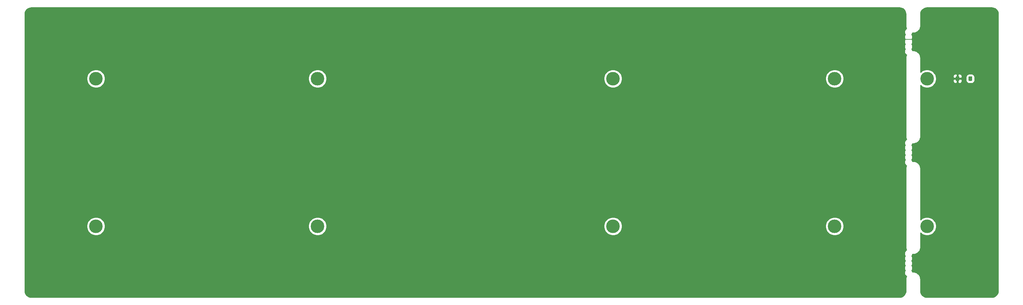
<source format=gbr>
G04 #@! TF.GenerationSoftware,KiCad,Pcbnew,(5.1.10-1-10_14)*
G04 #@! TF.CreationDate,2021-08-14T15:39:06-05:00*
G04 #@! TF.ProjectId,ori_bottom_plate,6f72695f-626f-4747-946f-6d5f706c6174,rev?*
G04 #@! TF.SameCoordinates,Original*
G04 #@! TF.FileFunction,Copper,L1,Top*
G04 #@! TF.FilePolarity,Positive*
%FSLAX46Y46*%
G04 Gerber Fmt 4.6, Leading zero omitted, Abs format (unit mm)*
G04 Created by KiCad (PCBNEW (5.1.10-1-10_14)) date 2021-08-14 15:39:06*
%MOMM*%
%LPD*%
G01*
G04 APERTURE LIST*
G04 #@! TA.AperFunction,ComponentPad*
%ADD10C,3.500000*%
G04 #@! TD*
G04 #@! TA.AperFunction,ViaPad*
%ADD11C,0.500000*%
G04 #@! TD*
G04 #@! TA.AperFunction,Conductor*
%ADD12C,0.250000*%
G04 #@! TD*
G04 #@! TA.AperFunction,Conductor*
%ADD13C,0.130000*%
G04 #@! TD*
G04 #@! TA.AperFunction,Conductor*
%ADD14C,0.254000*%
G04 #@! TD*
G04 #@! TA.AperFunction,Conductor*
%ADD15C,0.100000*%
G04 #@! TD*
G04 APERTURE END LIST*
D10*
X379835826Y-97618904D03*
X379835826Y-59518936D03*
G04 #@! TA.AperFunction,SMDPad,CuDef*
G36*
G01*
X388211370Y-59168840D02*
X388211370Y-59868840D01*
G75*
G02*
X387961370Y-60118840I-250000J0D01*
G01*
X387461370Y-60118840D01*
G75*
G02*
X387211370Y-59868840I0J250000D01*
G01*
X387211370Y-59168840D01*
G75*
G02*
X387461370Y-58918840I250000J0D01*
G01*
X387961370Y-58918840D01*
G75*
G02*
X388211370Y-59168840I0J-250000D01*
G01*
G37*
G04 #@! TD.AperFunction*
G04 #@! TA.AperFunction,SMDPad,CuDef*
G36*
G01*
X391511370Y-59168840D02*
X391511370Y-59868840D01*
G75*
G02*
X391261370Y-60118840I-250000J0D01*
G01*
X390761370Y-60118840D01*
G75*
G02*
X390511370Y-59868840I0J250000D01*
G01*
X390511370Y-59168840D01*
G75*
G02*
X390761370Y-58918840I250000J0D01*
G01*
X391261370Y-58918840D01*
G75*
G02*
X391511370Y-59168840I0J-250000D01*
G01*
G37*
G04 #@! TD.AperFunction*
X356023346Y-97618904D03*
X356023346Y-59518936D03*
X298873394Y-97618904D03*
X298848130Y-59518936D03*
X222673458Y-97618904D03*
X222673458Y-59518936D03*
X165523506Y-97618904D03*
X165523314Y-59518904D03*
D11*
X373287865Y-49398485D03*
X385194165Y-59518840D03*
D12*
X387711370Y-59518840D02*
X385194165Y-59518840D01*
D13*
X376859755Y-49398485D02*
X373287865Y-49398485D01*
D14*
X396829101Y-41213928D02*
X397140721Y-41308012D01*
X397428128Y-41460828D01*
X397680375Y-41666557D01*
X397887864Y-41917367D01*
X398042684Y-42203701D01*
X398138940Y-42514654D01*
X398176411Y-42871163D01*
X398176410Y-114253099D01*
X398141242Y-114611772D01*
X398047158Y-114923390D01*
X397894340Y-115210799D01*
X397688613Y-115463045D01*
X397437803Y-115670534D01*
X397151469Y-115825354D01*
X396840516Y-115921610D01*
X396484017Y-115959080D01*
X379871051Y-115959080D01*
X379512378Y-115923912D01*
X379200760Y-115829828D01*
X378913351Y-115677010D01*
X378661105Y-115471283D01*
X378453616Y-115220473D01*
X378298796Y-114934139D01*
X378202540Y-114623186D01*
X378165070Y-114266687D01*
X378165070Y-111276368D01*
X378161566Y-111240790D01*
X378161566Y-111225337D01*
X378160529Y-111215478D01*
X378134627Y-110984556D01*
X378121255Y-110921644D01*
X378108749Y-110858485D01*
X378105817Y-110849015D01*
X378035555Y-110627523D01*
X378010214Y-110568399D01*
X377985683Y-110508882D01*
X377980968Y-110500161D01*
X377869023Y-110296534D01*
X377832685Y-110243464D01*
X377797055Y-110189836D01*
X377790736Y-110182198D01*
X377641371Y-110004192D01*
X377595422Y-109959196D01*
X377550051Y-109913507D01*
X377542368Y-109907242D01*
X377361273Y-109761638D01*
X377307477Y-109726435D01*
X377254078Y-109690417D01*
X377245325Y-109685763D01*
X377039398Y-109578107D01*
X376979712Y-109553992D01*
X376920411Y-109529064D01*
X376910921Y-109526199D01*
X376688005Y-109460591D01*
X376624787Y-109448531D01*
X376561756Y-109435593D01*
X376551894Y-109434626D01*
X376551890Y-109434626D01*
X376320476Y-109413566D01*
X376256161Y-109414015D01*
X376191780Y-109413566D01*
X376181914Y-109414533D01*
X376058145Y-109427542D01*
X376043676Y-109354802D01*
X375965655Y-109166444D01*
X375875622Y-109031700D01*
X375965655Y-108896956D01*
X376043676Y-108708598D01*
X376083450Y-108508639D01*
X376083450Y-108304761D01*
X376043676Y-108104802D01*
X375965655Y-107916444D01*
X375875622Y-107781700D01*
X375965655Y-107646956D01*
X376043676Y-107458598D01*
X376083450Y-107258639D01*
X376083450Y-107054761D01*
X376043676Y-106854802D01*
X375965655Y-106666444D01*
X375875622Y-106531700D01*
X375965655Y-106396956D01*
X376043676Y-106208598D01*
X376083450Y-106008639D01*
X376083450Y-105804761D01*
X376043676Y-105604802D01*
X375965655Y-105416444D01*
X375875622Y-105281700D01*
X375965655Y-105146956D01*
X376043676Y-104958598D01*
X376063033Y-104861284D01*
X376208404Y-104874514D01*
X376272719Y-104874065D01*
X376337100Y-104874514D01*
X376346966Y-104873547D01*
X376578063Y-104849258D01*
X376641100Y-104836318D01*
X376704312Y-104824260D01*
X376713802Y-104821395D01*
X376935781Y-104752681D01*
X376995101Y-104727745D01*
X377054769Y-104703637D01*
X377063522Y-104698983D01*
X377267925Y-104588462D01*
X377321234Y-104552505D01*
X377375121Y-104517242D01*
X377382803Y-104510977D01*
X377561847Y-104362858D01*
X377607165Y-104317222D01*
X377653167Y-104272174D01*
X377659486Y-104264535D01*
X377806351Y-104084461D01*
X377841969Y-104030852D01*
X377878319Y-103977764D01*
X377883034Y-103969044D01*
X377992125Y-103763873D01*
X378016646Y-103704382D01*
X378041997Y-103645233D01*
X378044928Y-103635763D01*
X378112091Y-103413310D01*
X378124579Y-103350242D01*
X378137971Y-103287238D01*
X378139007Y-103277379D01*
X378161682Y-103046118D01*
X378161682Y-103046112D01*
X378165070Y-103011712D01*
X378165070Y-99321047D01*
X378315477Y-99471454D01*
X378706105Y-99732464D01*
X379140147Y-99912250D01*
X379600924Y-100003904D01*
X380070728Y-100003904D01*
X380531505Y-99912250D01*
X380965547Y-99732464D01*
X381356175Y-99471454D01*
X381688376Y-99139253D01*
X381949386Y-98748625D01*
X382129172Y-98314583D01*
X382220826Y-97853806D01*
X382220826Y-97384002D01*
X382129172Y-96923225D01*
X381949386Y-96489183D01*
X381688376Y-96098555D01*
X381356175Y-95766354D01*
X380965547Y-95505344D01*
X380531505Y-95325558D01*
X380070728Y-95233904D01*
X379600924Y-95233904D01*
X379140147Y-95325558D01*
X378706105Y-95505344D01*
X378315477Y-95766354D01*
X378165070Y-95916761D01*
X378165070Y-82701248D01*
X378161566Y-82665670D01*
X378161566Y-82650217D01*
X378160529Y-82640358D01*
X378134627Y-82409436D01*
X378121255Y-82346524D01*
X378108749Y-82283365D01*
X378105817Y-82273895D01*
X378035555Y-82052403D01*
X378010214Y-81993279D01*
X377985683Y-81933762D01*
X377980968Y-81925041D01*
X377869023Y-81721414D01*
X377832685Y-81668344D01*
X377797055Y-81614716D01*
X377790736Y-81607078D01*
X377641371Y-81429072D01*
X377595422Y-81384076D01*
X377550051Y-81338387D01*
X377542368Y-81332122D01*
X377361273Y-81186518D01*
X377307477Y-81151315D01*
X377254078Y-81115297D01*
X377245325Y-81110643D01*
X377039398Y-81002987D01*
X376979712Y-80978872D01*
X376920411Y-80953944D01*
X376910921Y-80951079D01*
X376688005Y-80885471D01*
X376624787Y-80873411D01*
X376561756Y-80860473D01*
X376551894Y-80859506D01*
X376551890Y-80859506D01*
X376320476Y-80838446D01*
X376256161Y-80838895D01*
X376191780Y-80838446D01*
X376181914Y-80839413D01*
X376058145Y-80852422D01*
X376043676Y-80779682D01*
X375965655Y-80591324D01*
X375875622Y-80456580D01*
X375965655Y-80321836D01*
X376043676Y-80133478D01*
X376083450Y-79933519D01*
X376083450Y-79729641D01*
X376043676Y-79529682D01*
X375965655Y-79341324D01*
X375875622Y-79206580D01*
X375965655Y-79071836D01*
X376043676Y-78883478D01*
X376083450Y-78683519D01*
X376083450Y-78479641D01*
X376043676Y-78279682D01*
X375965655Y-78091324D01*
X375875622Y-77956580D01*
X375965655Y-77821836D01*
X376043676Y-77633478D01*
X376083450Y-77433519D01*
X376083450Y-77229641D01*
X376043676Y-77029682D01*
X375965655Y-76841324D01*
X375875622Y-76706580D01*
X375965655Y-76571836D01*
X376043676Y-76383478D01*
X376063033Y-76286164D01*
X376208404Y-76299394D01*
X376272719Y-76298945D01*
X376337100Y-76299394D01*
X376346966Y-76298427D01*
X376578063Y-76274138D01*
X376641100Y-76261198D01*
X376704312Y-76249140D01*
X376713802Y-76246275D01*
X376935781Y-76177561D01*
X376995101Y-76152625D01*
X377054769Y-76128517D01*
X377063522Y-76123863D01*
X377267925Y-76013342D01*
X377321234Y-75977385D01*
X377375121Y-75942122D01*
X377382803Y-75935857D01*
X377561847Y-75787738D01*
X377607165Y-75742102D01*
X377653167Y-75697054D01*
X377659486Y-75689415D01*
X377806351Y-75509341D01*
X377841969Y-75455732D01*
X377878319Y-75402644D01*
X377883034Y-75393924D01*
X377992125Y-75188753D01*
X378016646Y-75129262D01*
X378041997Y-75070113D01*
X378044928Y-75060643D01*
X378112091Y-74838190D01*
X378124579Y-74775122D01*
X378137971Y-74712118D01*
X378139007Y-74702259D01*
X378161682Y-74470998D01*
X378161682Y-74470992D01*
X378165070Y-74436592D01*
X378165070Y-61221079D01*
X378315477Y-61371486D01*
X378706105Y-61632496D01*
X379140147Y-61812282D01*
X379600924Y-61903936D01*
X380070728Y-61903936D01*
X380531505Y-61812282D01*
X380965547Y-61632496D01*
X381356175Y-61371486D01*
X381688376Y-61039285D01*
X381949386Y-60648657D01*
X382129172Y-60214615D01*
X382148222Y-60118840D01*
X386573298Y-60118840D01*
X386585558Y-60243322D01*
X386621868Y-60363020D01*
X386680833Y-60473334D01*
X386760185Y-60570025D01*
X386856876Y-60649377D01*
X386967190Y-60708342D01*
X387086888Y-60744652D01*
X387211370Y-60756912D01*
X387425620Y-60753840D01*
X387584370Y-60595090D01*
X387584370Y-59645840D01*
X387838370Y-59645840D01*
X387838370Y-60595090D01*
X387997120Y-60753840D01*
X388211370Y-60756912D01*
X388335852Y-60744652D01*
X388455550Y-60708342D01*
X388565864Y-60649377D01*
X388662555Y-60570025D01*
X388741907Y-60473334D01*
X388800872Y-60363020D01*
X388837182Y-60243322D01*
X388849442Y-60118840D01*
X388846370Y-59804590D01*
X388687620Y-59645840D01*
X387838370Y-59645840D01*
X387584370Y-59645840D01*
X386735120Y-59645840D01*
X386576370Y-59804590D01*
X386573298Y-60118840D01*
X382148222Y-60118840D01*
X382220826Y-59753838D01*
X382220826Y-59284034D01*
X382148185Y-58918840D01*
X386573298Y-58918840D01*
X386576370Y-59233090D01*
X386735120Y-59391840D01*
X387584370Y-59391840D01*
X387584370Y-58442590D01*
X387838370Y-58442590D01*
X387838370Y-59391840D01*
X388687620Y-59391840D01*
X388846370Y-59233090D01*
X388846998Y-59168840D01*
X389873298Y-59168840D01*
X389873298Y-59868840D01*
X389890362Y-60042094D01*
X389940898Y-60208690D01*
X390022965Y-60362226D01*
X390133408Y-60496802D01*
X390267984Y-60607245D01*
X390421520Y-60689312D01*
X390588116Y-60739848D01*
X390761370Y-60756912D01*
X391261370Y-60756912D01*
X391434624Y-60739848D01*
X391601220Y-60689312D01*
X391754756Y-60607245D01*
X391889332Y-60496802D01*
X391999775Y-60362226D01*
X392081842Y-60208690D01*
X392132378Y-60042094D01*
X392149442Y-59868840D01*
X392149442Y-59168840D01*
X392132378Y-58995586D01*
X392081842Y-58828990D01*
X391999775Y-58675454D01*
X391889332Y-58540878D01*
X391754756Y-58430435D01*
X391601220Y-58348368D01*
X391434624Y-58297832D01*
X391261370Y-58280768D01*
X390761370Y-58280768D01*
X390588116Y-58297832D01*
X390421520Y-58348368D01*
X390267984Y-58430435D01*
X390133408Y-58540878D01*
X390022965Y-58675454D01*
X389940898Y-58828990D01*
X389890362Y-58995586D01*
X389873298Y-59168840D01*
X388846998Y-59168840D01*
X388849442Y-58918840D01*
X388837182Y-58794358D01*
X388800872Y-58674660D01*
X388741907Y-58564346D01*
X388662555Y-58467655D01*
X388565864Y-58388303D01*
X388455550Y-58329338D01*
X388335852Y-58293028D01*
X388211370Y-58280768D01*
X387997120Y-58283840D01*
X387838370Y-58442590D01*
X387584370Y-58442590D01*
X387425620Y-58283840D01*
X387211370Y-58280768D01*
X387086888Y-58293028D01*
X386967190Y-58329338D01*
X386856876Y-58388303D01*
X386760185Y-58467655D01*
X386680833Y-58564346D01*
X386621868Y-58674660D01*
X386585558Y-58794358D01*
X386573298Y-58918840D01*
X382148185Y-58918840D01*
X382129172Y-58823257D01*
X381949386Y-58389215D01*
X381688376Y-57998587D01*
X381356175Y-57666386D01*
X380965547Y-57405376D01*
X380531505Y-57225590D01*
X380070728Y-57133936D01*
X379600924Y-57133936D01*
X379140147Y-57225590D01*
X378706105Y-57405376D01*
X378315477Y-57666386D01*
X378165070Y-57816793D01*
X378165070Y-54126128D01*
X378161566Y-54090550D01*
X378161566Y-54075097D01*
X378160529Y-54065238D01*
X378134627Y-53834316D01*
X378121255Y-53771404D01*
X378108749Y-53708245D01*
X378105817Y-53698775D01*
X378035555Y-53477283D01*
X378010214Y-53418159D01*
X377985683Y-53358642D01*
X377980968Y-53349921D01*
X377869023Y-53146294D01*
X377832685Y-53093224D01*
X377797055Y-53039596D01*
X377790736Y-53031958D01*
X377641371Y-52853952D01*
X377595422Y-52808956D01*
X377550051Y-52763267D01*
X377542368Y-52757002D01*
X377361273Y-52611398D01*
X377307477Y-52576195D01*
X377254078Y-52540177D01*
X377245325Y-52535523D01*
X377039398Y-52427867D01*
X376979712Y-52403752D01*
X376920411Y-52378824D01*
X376910921Y-52375959D01*
X376688005Y-52310351D01*
X376624787Y-52298291D01*
X376561756Y-52285353D01*
X376551894Y-52284386D01*
X376551890Y-52284386D01*
X376320476Y-52263326D01*
X376256161Y-52263775D01*
X376191780Y-52263326D01*
X376181914Y-52264293D01*
X376060611Y-52277042D01*
X376043676Y-52191902D01*
X375965655Y-52003544D01*
X375875622Y-51868800D01*
X375965655Y-51734056D01*
X376043676Y-51545698D01*
X376083450Y-51345739D01*
X376083450Y-51141861D01*
X376043676Y-50941902D01*
X375965655Y-50753544D01*
X375875622Y-50618800D01*
X375965655Y-50484056D01*
X376043676Y-50295698D01*
X376083450Y-50095739D01*
X376083450Y-49891861D01*
X376043676Y-49691902D01*
X375965655Y-49503544D01*
X375875622Y-49368800D01*
X375965655Y-49234056D01*
X376043676Y-49045698D01*
X376083450Y-48845739D01*
X376083450Y-48641861D01*
X376043676Y-48441902D01*
X375965655Y-48253544D01*
X375875622Y-48118800D01*
X375965655Y-47984056D01*
X376043676Y-47795698D01*
X376060559Y-47710819D01*
X376208404Y-47724274D01*
X376272719Y-47723825D01*
X376337100Y-47724274D01*
X376346966Y-47723307D01*
X376578063Y-47699018D01*
X376641100Y-47686078D01*
X376704312Y-47674020D01*
X376713802Y-47671155D01*
X376935781Y-47602441D01*
X376995101Y-47577505D01*
X377054769Y-47553397D01*
X377063522Y-47548743D01*
X377267925Y-47438222D01*
X377321234Y-47402265D01*
X377375121Y-47367002D01*
X377382803Y-47360737D01*
X377561847Y-47212618D01*
X377607165Y-47166982D01*
X377653167Y-47121934D01*
X377659486Y-47114295D01*
X377806351Y-46934221D01*
X377841969Y-46880612D01*
X377878319Y-46827524D01*
X377883034Y-46818804D01*
X377992125Y-46613633D01*
X378016646Y-46554142D01*
X378041997Y-46494993D01*
X378044928Y-46485523D01*
X378112091Y-46263070D01*
X378124579Y-46200002D01*
X378137971Y-46136998D01*
X378139007Y-46127139D01*
X378161682Y-45895878D01*
X378161682Y-45895872D01*
X378165070Y-45861472D01*
X378165070Y-42884741D01*
X378200238Y-42526069D01*
X378294322Y-42214449D01*
X378447138Y-41927042D01*
X378652867Y-41674795D01*
X378903677Y-41467306D01*
X379190011Y-41312486D01*
X379500964Y-41216230D01*
X379857463Y-41178760D01*
X396470429Y-41178760D01*
X396829101Y-41213928D01*
G04 #@! TA.AperFunction,Conductor*
D15*
G36*
X396829101Y-41213928D02*
G01*
X397140721Y-41308012D01*
X397428128Y-41460828D01*
X397680375Y-41666557D01*
X397887864Y-41917367D01*
X398042684Y-42203701D01*
X398138940Y-42514654D01*
X398176411Y-42871163D01*
X398176410Y-114253099D01*
X398141242Y-114611772D01*
X398047158Y-114923390D01*
X397894340Y-115210799D01*
X397688613Y-115463045D01*
X397437803Y-115670534D01*
X397151469Y-115825354D01*
X396840516Y-115921610D01*
X396484017Y-115959080D01*
X379871051Y-115959080D01*
X379512378Y-115923912D01*
X379200760Y-115829828D01*
X378913351Y-115677010D01*
X378661105Y-115471283D01*
X378453616Y-115220473D01*
X378298796Y-114934139D01*
X378202540Y-114623186D01*
X378165070Y-114266687D01*
X378165070Y-111276368D01*
X378161566Y-111240790D01*
X378161566Y-111225337D01*
X378160529Y-111215478D01*
X378134627Y-110984556D01*
X378121255Y-110921644D01*
X378108749Y-110858485D01*
X378105817Y-110849015D01*
X378035555Y-110627523D01*
X378010214Y-110568399D01*
X377985683Y-110508882D01*
X377980968Y-110500161D01*
X377869023Y-110296534D01*
X377832685Y-110243464D01*
X377797055Y-110189836D01*
X377790736Y-110182198D01*
X377641371Y-110004192D01*
X377595422Y-109959196D01*
X377550051Y-109913507D01*
X377542368Y-109907242D01*
X377361273Y-109761638D01*
X377307477Y-109726435D01*
X377254078Y-109690417D01*
X377245325Y-109685763D01*
X377039398Y-109578107D01*
X376979712Y-109553992D01*
X376920411Y-109529064D01*
X376910921Y-109526199D01*
X376688005Y-109460591D01*
X376624787Y-109448531D01*
X376561756Y-109435593D01*
X376551894Y-109434626D01*
X376551890Y-109434626D01*
X376320476Y-109413566D01*
X376256161Y-109414015D01*
X376191780Y-109413566D01*
X376181914Y-109414533D01*
X376058145Y-109427542D01*
X376043676Y-109354802D01*
X375965655Y-109166444D01*
X375875622Y-109031700D01*
X375965655Y-108896956D01*
X376043676Y-108708598D01*
X376083450Y-108508639D01*
X376083450Y-108304761D01*
X376043676Y-108104802D01*
X375965655Y-107916444D01*
X375875622Y-107781700D01*
X375965655Y-107646956D01*
X376043676Y-107458598D01*
X376083450Y-107258639D01*
X376083450Y-107054761D01*
X376043676Y-106854802D01*
X375965655Y-106666444D01*
X375875622Y-106531700D01*
X375965655Y-106396956D01*
X376043676Y-106208598D01*
X376083450Y-106008639D01*
X376083450Y-105804761D01*
X376043676Y-105604802D01*
X375965655Y-105416444D01*
X375875622Y-105281700D01*
X375965655Y-105146956D01*
X376043676Y-104958598D01*
X376063033Y-104861284D01*
X376208404Y-104874514D01*
X376272719Y-104874065D01*
X376337100Y-104874514D01*
X376346966Y-104873547D01*
X376578063Y-104849258D01*
X376641100Y-104836318D01*
X376704312Y-104824260D01*
X376713802Y-104821395D01*
X376935781Y-104752681D01*
X376995101Y-104727745D01*
X377054769Y-104703637D01*
X377063522Y-104698983D01*
X377267925Y-104588462D01*
X377321234Y-104552505D01*
X377375121Y-104517242D01*
X377382803Y-104510977D01*
X377561847Y-104362858D01*
X377607165Y-104317222D01*
X377653167Y-104272174D01*
X377659486Y-104264535D01*
X377806351Y-104084461D01*
X377841969Y-104030852D01*
X377878319Y-103977764D01*
X377883034Y-103969044D01*
X377992125Y-103763873D01*
X378016646Y-103704382D01*
X378041997Y-103645233D01*
X378044928Y-103635763D01*
X378112091Y-103413310D01*
X378124579Y-103350242D01*
X378137971Y-103287238D01*
X378139007Y-103277379D01*
X378161682Y-103046118D01*
X378161682Y-103046112D01*
X378165070Y-103011712D01*
X378165070Y-99321047D01*
X378315477Y-99471454D01*
X378706105Y-99732464D01*
X379140147Y-99912250D01*
X379600924Y-100003904D01*
X380070728Y-100003904D01*
X380531505Y-99912250D01*
X380965547Y-99732464D01*
X381356175Y-99471454D01*
X381688376Y-99139253D01*
X381949386Y-98748625D01*
X382129172Y-98314583D01*
X382220826Y-97853806D01*
X382220826Y-97384002D01*
X382129172Y-96923225D01*
X381949386Y-96489183D01*
X381688376Y-96098555D01*
X381356175Y-95766354D01*
X380965547Y-95505344D01*
X380531505Y-95325558D01*
X380070728Y-95233904D01*
X379600924Y-95233904D01*
X379140147Y-95325558D01*
X378706105Y-95505344D01*
X378315477Y-95766354D01*
X378165070Y-95916761D01*
X378165070Y-82701248D01*
X378161566Y-82665670D01*
X378161566Y-82650217D01*
X378160529Y-82640358D01*
X378134627Y-82409436D01*
X378121255Y-82346524D01*
X378108749Y-82283365D01*
X378105817Y-82273895D01*
X378035555Y-82052403D01*
X378010214Y-81993279D01*
X377985683Y-81933762D01*
X377980968Y-81925041D01*
X377869023Y-81721414D01*
X377832685Y-81668344D01*
X377797055Y-81614716D01*
X377790736Y-81607078D01*
X377641371Y-81429072D01*
X377595422Y-81384076D01*
X377550051Y-81338387D01*
X377542368Y-81332122D01*
X377361273Y-81186518D01*
X377307477Y-81151315D01*
X377254078Y-81115297D01*
X377245325Y-81110643D01*
X377039398Y-81002987D01*
X376979712Y-80978872D01*
X376920411Y-80953944D01*
X376910921Y-80951079D01*
X376688005Y-80885471D01*
X376624787Y-80873411D01*
X376561756Y-80860473D01*
X376551894Y-80859506D01*
X376551890Y-80859506D01*
X376320476Y-80838446D01*
X376256161Y-80838895D01*
X376191780Y-80838446D01*
X376181914Y-80839413D01*
X376058145Y-80852422D01*
X376043676Y-80779682D01*
X375965655Y-80591324D01*
X375875622Y-80456580D01*
X375965655Y-80321836D01*
X376043676Y-80133478D01*
X376083450Y-79933519D01*
X376083450Y-79729641D01*
X376043676Y-79529682D01*
X375965655Y-79341324D01*
X375875622Y-79206580D01*
X375965655Y-79071836D01*
X376043676Y-78883478D01*
X376083450Y-78683519D01*
X376083450Y-78479641D01*
X376043676Y-78279682D01*
X375965655Y-78091324D01*
X375875622Y-77956580D01*
X375965655Y-77821836D01*
X376043676Y-77633478D01*
X376083450Y-77433519D01*
X376083450Y-77229641D01*
X376043676Y-77029682D01*
X375965655Y-76841324D01*
X375875622Y-76706580D01*
X375965655Y-76571836D01*
X376043676Y-76383478D01*
X376063033Y-76286164D01*
X376208404Y-76299394D01*
X376272719Y-76298945D01*
X376337100Y-76299394D01*
X376346966Y-76298427D01*
X376578063Y-76274138D01*
X376641100Y-76261198D01*
X376704312Y-76249140D01*
X376713802Y-76246275D01*
X376935781Y-76177561D01*
X376995101Y-76152625D01*
X377054769Y-76128517D01*
X377063522Y-76123863D01*
X377267925Y-76013342D01*
X377321234Y-75977385D01*
X377375121Y-75942122D01*
X377382803Y-75935857D01*
X377561847Y-75787738D01*
X377607165Y-75742102D01*
X377653167Y-75697054D01*
X377659486Y-75689415D01*
X377806351Y-75509341D01*
X377841969Y-75455732D01*
X377878319Y-75402644D01*
X377883034Y-75393924D01*
X377992125Y-75188753D01*
X378016646Y-75129262D01*
X378041997Y-75070113D01*
X378044928Y-75060643D01*
X378112091Y-74838190D01*
X378124579Y-74775122D01*
X378137971Y-74712118D01*
X378139007Y-74702259D01*
X378161682Y-74470998D01*
X378161682Y-74470992D01*
X378165070Y-74436592D01*
X378165070Y-61221079D01*
X378315477Y-61371486D01*
X378706105Y-61632496D01*
X379140147Y-61812282D01*
X379600924Y-61903936D01*
X380070728Y-61903936D01*
X380531505Y-61812282D01*
X380965547Y-61632496D01*
X381356175Y-61371486D01*
X381688376Y-61039285D01*
X381949386Y-60648657D01*
X382129172Y-60214615D01*
X382148222Y-60118840D01*
X386573298Y-60118840D01*
X386585558Y-60243322D01*
X386621868Y-60363020D01*
X386680833Y-60473334D01*
X386760185Y-60570025D01*
X386856876Y-60649377D01*
X386967190Y-60708342D01*
X387086888Y-60744652D01*
X387211370Y-60756912D01*
X387425620Y-60753840D01*
X387584370Y-60595090D01*
X387584370Y-59645840D01*
X387838370Y-59645840D01*
X387838370Y-60595090D01*
X387997120Y-60753840D01*
X388211370Y-60756912D01*
X388335852Y-60744652D01*
X388455550Y-60708342D01*
X388565864Y-60649377D01*
X388662555Y-60570025D01*
X388741907Y-60473334D01*
X388800872Y-60363020D01*
X388837182Y-60243322D01*
X388849442Y-60118840D01*
X388846370Y-59804590D01*
X388687620Y-59645840D01*
X387838370Y-59645840D01*
X387584370Y-59645840D01*
X386735120Y-59645840D01*
X386576370Y-59804590D01*
X386573298Y-60118840D01*
X382148222Y-60118840D01*
X382220826Y-59753838D01*
X382220826Y-59284034D01*
X382148185Y-58918840D01*
X386573298Y-58918840D01*
X386576370Y-59233090D01*
X386735120Y-59391840D01*
X387584370Y-59391840D01*
X387584370Y-58442590D01*
X387838370Y-58442590D01*
X387838370Y-59391840D01*
X388687620Y-59391840D01*
X388846370Y-59233090D01*
X388846998Y-59168840D01*
X389873298Y-59168840D01*
X389873298Y-59868840D01*
X389890362Y-60042094D01*
X389940898Y-60208690D01*
X390022965Y-60362226D01*
X390133408Y-60496802D01*
X390267984Y-60607245D01*
X390421520Y-60689312D01*
X390588116Y-60739848D01*
X390761370Y-60756912D01*
X391261370Y-60756912D01*
X391434624Y-60739848D01*
X391601220Y-60689312D01*
X391754756Y-60607245D01*
X391889332Y-60496802D01*
X391999775Y-60362226D01*
X392081842Y-60208690D01*
X392132378Y-60042094D01*
X392149442Y-59868840D01*
X392149442Y-59168840D01*
X392132378Y-58995586D01*
X392081842Y-58828990D01*
X391999775Y-58675454D01*
X391889332Y-58540878D01*
X391754756Y-58430435D01*
X391601220Y-58348368D01*
X391434624Y-58297832D01*
X391261370Y-58280768D01*
X390761370Y-58280768D01*
X390588116Y-58297832D01*
X390421520Y-58348368D01*
X390267984Y-58430435D01*
X390133408Y-58540878D01*
X390022965Y-58675454D01*
X389940898Y-58828990D01*
X389890362Y-58995586D01*
X389873298Y-59168840D01*
X388846998Y-59168840D01*
X388849442Y-58918840D01*
X388837182Y-58794358D01*
X388800872Y-58674660D01*
X388741907Y-58564346D01*
X388662555Y-58467655D01*
X388565864Y-58388303D01*
X388455550Y-58329338D01*
X388335852Y-58293028D01*
X388211370Y-58280768D01*
X387997120Y-58283840D01*
X387838370Y-58442590D01*
X387584370Y-58442590D01*
X387425620Y-58283840D01*
X387211370Y-58280768D01*
X387086888Y-58293028D01*
X386967190Y-58329338D01*
X386856876Y-58388303D01*
X386760185Y-58467655D01*
X386680833Y-58564346D01*
X386621868Y-58674660D01*
X386585558Y-58794358D01*
X386573298Y-58918840D01*
X382148185Y-58918840D01*
X382129172Y-58823257D01*
X381949386Y-58389215D01*
X381688376Y-57998587D01*
X381356175Y-57666386D01*
X380965547Y-57405376D01*
X380531505Y-57225590D01*
X380070728Y-57133936D01*
X379600924Y-57133936D01*
X379140147Y-57225590D01*
X378706105Y-57405376D01*
X378315477Y-57666386D01*
X378165070Y-57816793D01*
X378165070Y-54126128D01*
X378161566Y-54090550D01*
X378161566Y-54075097D01*
X378160529Y-54065238D01*
X378134627Y-53834316D01*
X378121255Y-53771404D01*
X378108749Y-53708245D01*
X378105817Y-53698775D01*
X378035555Y-53477283D01*
X378010214Y-53418159D01*
X377985683Y-53358642D01*
X377980968Y-53349921D01*
X377869023Y-53146294D01*
X377832685Y-53093224D01*
X377797055Y-53039596D01*
X377790736Y-53031958D01*
X377641371Y-52853952D01*
X377595422Y-52808956D01*
X377550051Y-52763267D01*
X377542368Y-52757002D01*
X377361273Y-52611398D01*
X377307477Y-52576195D01*
X377254078Y-52540177D01*
X377245325Y-52535523D01*
X377039398Y-52427867D01*
X376979712Y-52403752D01*
X376920411Y-52378824D01*
X376910921Y-52375959D01*
X376688005Y-52310351D01*
X376624787Y-52298291D01*
X376561756Y-52285353D01*
X376551894Y-52284386D01*
X376551890Y-52284386D01*
X376320476Y-52263326D01*
X376256161Y-52263775D01*
X376191780Y-52263326D01*
X376181914Y-52264293D01*
X376060611Y-52277042D01*
X376043676Y-52191902D01*
X375965655Y-52003544D01*
X375875622Y-51868800D01*
X375965655Y-51734056D01*
X376043676Y-51545698D01*
X376083450Y-51345739D01*
X376083450Y-51141861D01*
X376043676Y-50941902D01*
X375965655Y-50753544D01*
X375875622Y-50618800D01*
X375965655Y-50484056D01*
X376043676Y-50295698D01*
X376083450Y-50095739D01*
X376083450Y-49891861D01*
X376043676Y-49691902D01*
X375965655Y-49503544D01*
X375875622Y-49368800D01*
X375965655Y-49234056D01*
X376043676Y-49045698D01*
X376083450Y-48845739D01*
X376083450Y-48641861D01*
X376043676Y-48441902D01*
X375965655Y-48253544D01*
X375875622Y-48118800D01*
X375965655Y-47984056D01*
X376043676Y-47795698D01*
X376060559Y-47710819D01*
X376208404Y-47724274D01*
X376272719Y-47723825D01*
X376337100Y-47724274D01*
X376346966Y-47723307D01*
X376578063Y-47699018D01*
X376641100Y-47686078D01*
X376704312Y-47674020D01*
X376713802Y-47671155D01*
X376935781Y-47602441D01*
X376995101Y-47577505D01*
X377054769Y-47553397D01*
X377063522Y-47548743D01*
X377267925Y-47438222D01*
X377321234Y-47402265D01*
X377375121Y-47367002D01*
X377382803Y-47360737D01*
X377561847Y-47212618D01*
X377607165Y-47166982D01*
X377653167Y-47121934D01*
X377659486Y-47114295D01*
X377806351Y-46934221D01*
X377841969Y-46880612D01*
X377878319Y-46827524D01*
X377883034Y-46818804D01*
X377992125Y-46613633D01*
X378016646Y-46554142D01*
X378041997Y-46494993D01*
X378044928Y-46485523D01*
X378112091Y-46263070D01*
X378124579Y-46200002D01*
X378137971Y-46136998D01*
X378139007Y-46127139D01*
X378161682Y-45895878D01*
X378161682Y-45895872D01*
X378165070Y-45861472D01*
X378165070Y-42884741D01*
X378200238Y-42526069D01*
X378294322Y-42214449D01*
X378447138Y-41927042D01*
X378652867Y-41674795D01*
X378903677Y-41467306D01*
X379190011Y-41312486D01*
X379500964Y-41216230D01*
X379857463Y-41178760D01*
X396470429Y-41178760D01*
X396829101Y-41213928D01*
G37*
G04 #@! TD.AperFunction*
D14*
X373016501Y-41213928D02*
X373328121Y-41308012D01*
X373615528Y-41460828D01*
X373867775Y-41666557D01*
X374075264Y-41917367D01*
X374230084Y-42203701D01*
X374326340Y-42514654D01*
X374363810Y-42871153D01*
X374363811Y-45861472D01*
X374367314Y-45897040D01*
X374367314Y-45912503D01*
X374368351Y-45922362D01*
X374394253Y-46153284D01*
X374407625Y-46216196D01*
X374420131Y-46279355D01*
X374423063Y-46288824D01*
X374493325Y-46510317D01*
X374518666Y-46569441D01*
X374529513Y-46595759D01*
X374388676Y-46689863D01*
X374244513Y-46834026D01*
X374131245Y-47003544D01*
X374053224Y-47191902D01*
X374013450Y-47391861D01*
X374013450Y-47595739D01*
X374053224Y-47795698D01*
X374131245Y-47984056D01*
X374221278Y-48118800D01*
X374131245Y-48253544D01*
X374053224Y-48441902D01*
X374013450Y-48641861D01*
X374013450Y-48845739D01*
X374053224Y-49045698D01*
X374131245Y-49234056D01*
X374221278Y-49368800D01*
X374131245Y-49503544D01*
X374053224Y-49691902D01*
X374013450Y-49891861D01*
X374013450Y-50095739D01*
X374053224Y-50295698D01*
X374131245Y-50484056D01*
X374221278Y-50618800D01*
X374131245Y-50753544D01*
X374053224Y-50941902D01*
X374013450Y-51141861D01*
X374013450Y-51345739D01*
X374053224Y-51545698D01*
X374131245Y-51734056D01*
X374221278Y-51868800D01*
X374131245Y-52003544D01*
X374053224Y-52191902D01*
X374013450Y-52391861D01*
X374013450Y-52595739D01*
X374053224Y-52795698D01*
X374131245Y-52984056D01*
X374244513Y-53153574D01*
X374388676Y-53297737D01*
X374529415Y-53391775D01*
X374512234Y-53433458D01*
X374486883Y-53492607D01*
X374483952Y-53502077D01*
X374416789Y-53724530D01*
X374404300Y-53787605D01*
X374390909Y-53850602D01*
X374389873Y-53860461D01*
X374367198Y-54091722D01*
X374367198Y-54091729D01*
X374363810Y-54126129D01*
X374363811Y-74436592D01*
X374367314Y-74472160D01*
X374367314Y-74487623D01*
X374368351Y-74497482D01*
X374394253Y-74728404D01*
X374407625Y-74791316D01*
X374420131Y-74854475D01*
X374423063Y-74863944D01*
X374493325Y-75085437D01*
X374518666Y-75144561D01*
X374533605Y-75180805D01*
X374388676Y-75277643D01*
X374244513Y-75421806D01*
X374131245Y-75591324D01*
X374053224Y-75779682D01*
X374013450Y-75979641D01*
X374013450Y-76183519D01*
X374053224Y-76383478D01*
X374131245Y-76571836D01*
X374221278Y-76706580D01*
X374131245Y-76841324D01*
X374053224Y-77029682D01*
X374013450Y-77229641D01*
X374013450Y-77433519D01*
X374053224Y-77633478D01*
X374131245Y-77821836D01*
X374221278Y-77956580D01*
X374131245Y-78091324D01*
X374053224Y-78279682D01*
X374013450Y-78479641D01*
X374013450Y-78683519D01*
X374053224Y-78883478D01*
X374131245Y-79071836D01*
X374221278Y-79206580D01*
X374131245Y-79341324D01*
X374053224Y-79529682D01*
X374013450Y-79729641D01*
X374013450Y-79933519D01*
X374053224Y-80133478D01*
X374131245Y-80321836D01*
X374221278Y-80456580D01*
X374131245Y-80591324D01*
X374053224Y-80779682D01*
X374013450Y-80979641D01*
X374013450Y-81183519D01*
X374053224Y-81383478D01*
X374131245Y-81571836D01*
X374244513Y-81741354D01*
X374388676Y-81885517D01*
X374525324Y-81976822D01*
X374512234Y-82008578D01*
X374486883Y-82067727D01*
X374483952Y-82077197D01*
X374416789Y-82299650D01*
X374404300Y-82362725D01*
X374390909Y-82425722D01*
X374389873Y-82435581D01*
X374367198Y-82666842D01*
X374367198Y-82666849D01*
X374363810Y-82701249D01*
X374363811Y-103011712D01*
X374367314Y-103047280D01*
X374367314Y-103062743D01*
X374368351Y-103072602D01*
X374394253Y-103303524D01*
X374407625Y-103366436D01*
X374420131Y-103429595D01*
X374423063Y-103439064D01*
X374493325Y-103660557D01*
X374518666Y-103719681D01*
X374533605Y-103755925D01*
X374388676Y-103852763D01*
X374244513Y-103996926D01*
X374131245Y-104166444D01*
X374053224Y-104354802D01*
X374013450Y-104554761D01*
X374013450Y-104758639D01*
X374053224Y-104958598D01*
X374131245Y-105146956D01*
X374221278Y-105281700D01*
X374131245Y-105416444D01*
X374053224Y-105604802D01*
X374013450Y-105804761D01*
X374013450Y-106008639D01*
X374053224Y-106208598D01*
X374131245Y-106396956D01*
X374221278Y-106531700D01*
X374131245Y-106666444D01*
X374053224Y-106854802D01*
X374013450Y-107054761D01*
X374013450Y-107258639D01*
X374053224Y-107458598D01*
X374131245Y-107646956D01*
X374221278Y-107781700D01*
X374131245Y-107916444D01*
X374053224Y-108104802D01*
X374013450Y-108304761D01*
X374013450Y-108508639D01*
X374053224Y-108708598D01*
X374131245Y-108896956D01*
X374221278Y-109031700D01*
X374131245Y-109166444D01*
X374053224Y-109354802D01*
X374013450Y-109554761D01*
X374013450Y-109758639D01*
X374053224Y-109958598D01*
X374131245Y-110146956D01*
X374244513Y-110316474D01*
X374388676Y-110460637D01*
X374525324Y-110551942D01*
X374512234Y-110583698D01*
X374486883Y-110642847D01*
X374483952Y-110652317D01*
X374416789Y-110874770D01*
X374404300Y-110937845D01*
X374390909Y-111000842D01*
X374389873Y-111010701D01*
X374367198Y-111241962D01*
X374367198Y-111241969D01*
X374363810Y-111276369D01*
X374363811Y-114253089D01*
X374328642Y-114611772D01*
X374234558Y-114923390D01*
X374081740Y-115210799D01*
X373876013Y-115463045D01*
X373625203Y-115670534D01*
X373338869Y-115825354D01*
X373027916Y-115921610D01*
X372671417Y-115959080D01*
X148888831Y-115959080D01*
X148530158Y-115923912D01*
X148218540Y-115829828D01*
X147931131Y-115677010D01*
X147678885Y-115471283D01*
X147471396Y-115220473D01*
X147316576Y-114934139D01*
X147220320Y-114623186D01*
X147182850Y-114266687D01*
X147182850Y-97384002D01*
X163138506Y-97384002D01*
X163138506Y-97853806D01*
X163230160Y-98314583D01*
X163409946Y-98748625D01*
X163670956Y-99139253D01*
X164003157Y-99471454D01*
X164393785Y-99732464D01*
X164827827Y-99912250D01*
X165288604Y-100003904D01*
X165758408Y-100003904D01*
X166219185Y-99912250D01*
X166653227Y-99732464D01*
X167043855Y-99471454D01*
X167376056Y-99139253D01*
X167637066Y-98748625D01*
X167816852Y-98314583D01*
X167908506Y-97853806D01*
X167908506Y-97384002D01*
X220288458Y-97384002D01*
X220288458Y-97853806D01*
X220380112Y-98314583D01*
X220559898Y-98748625D01*
X220820908Y-99139253D01*
X221153109Y-99471454D01*
X221543737Y-99732464D01*
X221977779Y-99912250D01*
X222438556Y-100003904D01*
X222908360Y-100003904D01*
X223369137Y-99912250D01*
X223803179Y-99732464D01*
X224193807Y-99471454D01*
X224526008Y-99139253D01*
X224787018Y-98748625D01*
X224966804Y-98314583D01*
X225058458Y-97853806D01*
X225058458Y-97384002D01*
X296488394Y-97384002D01*
X296488394Y-97853806D01*
X296580048Y-98314583D01*
X296759834Y-98748625D01*
X297020844Y-99139253D01*
X297353045Y-99471454D01*
X297743673Y-99732464D01*
X298177715Y-99912250D01*
X298638492Y-100003904D01*
X299108296Y-100003904D01*
X299569073Y-99912250D01*
X300003115Y-99732464D01*
X300393743Y-99471454D01*
X300725944Y-99139253D01*
X300986954Y-98748625D01*
X301166740Y-98314583D01*
X301258394Y-97853806D01*
X301258394Y-97384002D01*
X353638346Y-97384002D01*
X353638346Y-97853806D01*
X353730000Y-98314583D01*
X353909786Y-98748625D01*
X354170796Y-99139253D01*
X354502997Y-99471454D01*
X354893625Y-99732464D01*
X355327667Y-99912250D01*
X355788444Y-100003904D01*
X356258248Y-100003904D01*
X356719025Y-99912250D01*
X357153067Y-99732464D01*
X357543695Y-99471454D01*
X357875896Y-99139253D01*
X358136906Y-98748625D01*
X358316692Y-98314583D01*
X358408346Y-97853806D01*
X358408346Y-97384002D01*
X358316692Y-96923225D01*
X358136906Y-96489183D01*
X357875896Y-96098555D01*
X357543695Y-95766354D01*
X357153067Y-95505344D01*
X356719025Y-95325558D01*
X356258248Y-95233904D01*
X355788444Y-95233904D01*
X355327667Y-95325558D01*
X354893625Y-95505344D01*
X354502997Y-95766354D01*
X354170796Y-96098555D01*
X353909786Y-96489183D01*
X353730000Y-96923225D01*
X353638346Y-97384002D01*
X301258394Y-97384002D01*
X301166740Y-96923225D01*
X300986954Y-96489183D01*
X300725944Y-96098555D01*
X300393743Y-95766354D01*
X300003115Y-95505344D01*
X299569073Y-95325558D01*
X299108296Y-95233904D01*
X298638492Y-95233904D01*
X298177715Y-95325558D01*
X297743673Y-95505344D01*
X297353045Y-95766354D01*
X297020844Y-96098555D01*
X296759834Y-96489183D01*
X296580048Y-96923225D01*
X296488394Y-97384002D01*
X225058458Y-97384002D01*
X224966804Y-96923225D01*
X224787018Y-96489183D01*
X224526008Y-96098555D01*
X224193807Y-95766354D01*
X223803179Y-95505344D01*
X223369137Y-95325558D01*
X222908360Y-95233904D01*
X222438556Y-95233904D01*
X221977779Y-95325558D01*
X221543737Y-95505344D01*
X221153109Y-95766354D01*
X220820908Y-96098555D01*
X220559898Y-96489183D01*
X220380112Y-96923225D01*
X220288458Y-97384002D01*
X167908506Y-97384002D01*
X167816852Y-96923225D01*
X167637066Y-96489183D01*
X167376056Y-96098555D01*
X167043855Y-95766354D01*
X166653227Y-95505344D01*
X166219185Y-95325558D01*
X165758408Y-95233904D01*
X165288604Y-95233904D01*
X164827827Y-95325558D01*
X164393785Y-95505344D01*
X164003157Y-95766354D01*
X163670956Y-96098555D01*
X163409946Y-96489183D01*
X163230160Y-96923225D01*
X163138506Y-97384002D01*
X147182850Y-97384002D01*
X147182850Y-59284002D01*
X163138314Y-59284002D01*
X163138314Y-59753806D01*
X163229968Y-60214583D01*
X163409754Y-60648625D01*
X163670764Y-61039253D01*
X164002965Y-61371454D01*
X164393593Y-61632464D01*
X164827635Y-61812250D01*
X165288412Y-61903904D01*
X165758216Y-61903904D01*
X166218993Y-61812250D01*
X166653035Y-61632464D01*
X167043663Y-61371454D01*
X167375864Y-61039253D01*
X167636874Y-60648625D01*
X167816660Y-60214583D01*
X167908314Y-59753806D01*
X167908314Y-59284034D01*
X220288458Y-59284034D01*
X220288458Y-59753838D01*
X220380112Y-60214615D01*
X220559898Y-60648657D01*
X220820908Y-61039285D01*
X221153109Y-61371486D01*
X221543737Y-61632496D01*
X221977779Y-61812282D01*
X222438556Y-61903936D01*
X222908360Y-61903936D01*
X223369137Y-61812282D01*
X223803179Y-61632496D01*
X224193807Y-61371486D01*
X224526008Y-61039285D01*
X224787018Y-60648657D01*
X224966804Y-60214615D01*
X225058458Y-59753838D01*
X225058458Y-59284034D01*
X296463130Y-59284034D01*
X296463130Y-59753838D01*
X296554784Y-60214615D01*
X296734570Y-60648657D01*
X296995580Y-61039285D01*
X297327781Y-61371486D01*
X297718409Y-61632496D01*
X298152451Y-61812282D01*
X298613228Y-61903936D01*
X299083032Y-61903936D01*
X299543809Y-61812282D01*
X299977851Y-61632496D01*
X300368479Y-61371486D01*
X300700680Y-61039285D01*
X300961690Y-60648657D01*
X301141476Y-60214615D01*
X301233130Y-59753838D01*
X301233130Y-59284034D01*
X353638346Y-59284034D01*
X353638346Y-59753838D01*
X353730000Y-60214615D01*
X353909786Y-60648657D01*
X354170796Y-61039285D01*
X354502997Y-61371486D01*
X354893625Y-61632496D01*
X355327667Y-61812282D01*
X355788444Y-61903936D01*
X356258248Y-61903936D01*
X356719025Y-61812282D01*
X357153067Y-61632496D01*
X357543695Y-61371486D01*
X357875896Y-61039285D01*
X358136906Y-60648657D01*
X358316692Y-60214615D01*
X358408346Y-59753838D01*
X358408346Y-59284034D01*
X358316692Y-58823257D01*
X358136906Y-58389215D01*
X357875896Y-57998587D01*
X357543695Y-57666386D01*
X357153067Y-57405376D01*
X356719025Y-57225590D01*
X356258248Y-57133936D01*
X355788444Y-57133936D01*
X355327667Y-57225590D01*
X354893625Y-57405376D01*
X354502997Y-57666386D01*
X354170796Y-57998587D01*
X353909786Y-58389215D01*
X353730000Y-58823257D01*
X353638346Y-59284034D01*
X301233130Y-59284034D01*
X301141476Y-58823257D01*
X300961690Y-58389215D01*
X300700680Y-57998587D01*
X300368479Y-57666386D01*
X299977851Y-57405376D01*
X299543809Y-57225590D01*
X299083032Y-57133936D01*
X298613228Y-57133936D01*
X298152451Y-57225590D01*
X297718409Y-57405376D01*
X297327781Y-57666386D01*
X296995580Y-57998587D01*
X296734570Y-58389215D01*
X296554784Y-58823257D01*
X296463130Y-59284034D01*
X225058458Y-59284034D01*
X224966804Y-58823257D01*
X224787018Y-58389215D01*
X224526008Y-57998587D01*
X224193807Y-57666386D01*
X223803179Y-57405376D01*
X223369137Y-57225590D01*
X222908360Y-57133936D01*
X222438556Y-57133936D01*
X221977779Y-57225590D01*
X221543737Y-57405376D01*
X221153109Y-57666386D01*
X220820908Y-57998587D01*
X220559898Y-58389215D01*
X220380112Y-58823257D01*
X220288458Y-59284034D01*
X167908314Y-59284034D01*
X167908314Y-59284002D01*
X167816660Y-58823225D01*
X167636874Y-58389183D01*
X167375864Y-57998555D01*
X167043663Y-57666354D01*
X166653035Y-57405344D01*
X166218993Y-57225558D01*
X165758216Y-57133904D01*
X165288412Y-57133904D01*
X164827635Y-57225558D01*
X164393593Y-57405344D01*
X164002965Y-57666354D01*
X163670764Y-57998555D01*
X163409754Y-58389183D01*
X163229968Y-58823225D01*
X163138314Y-59284002D01*
X147182850Y-59284002D01*
X147182850Y-42884741D01*
X147218018Y-42526069D01*
X147312102Y-42214449D01*
X147464918Y-41927042D01*
X147670647Y-41674795D01*
X147921457Y-41467306D01*
X148207791Y-41312486D01*
X148518744Y-41216230D01*
X148875243Y-41178760D01*
X372657829Y-41178760D01*
X373016501Y-41213928D01*
G04 #@! TA.AperFunction,Conductor*
D15*
G36*
X373016501Y-41213928D02*
G01*
X373328121Y-41308012D01*
X373615528Y-41460828D01*
X373867775Y-41666557D01*
X374075264Y-41917367D01*
X374230084Y-42203701D01*
X374326340Y-42514654D01*
X374363810Y-42871153D01*
X374363811Y-45861472D01*
X374367314Y-45897040D01*
X374367314Y-45912503D01*
X374368351Y-45922362D01*
X374394253Y-46153284D01*
X374407625Y-46216196D01*
X374420131Y-46279355D01*
X374423063Y-46288824D01*
X374493325Y-46510317D01*
X374518666Y-46569441D01*
X374529513Y-46595759D01*
X374388676Y-46689863D01*
X374244513Y-46834026D01*
X374131245Y-47003544D01*
X374053224Y-47191902D01*
X374013450Y-47391861D01*
X374013450Y-47595739D01*
X374053224Y-47795698D01*
X374131245Y-47984056D01*
X374221278Y-48118800D01*
X374131245Y-48253544D01*
X374053224Y-48441902D01*
X374013450Y-48641861D01*
X374013450Y-48845739D01*
X374053224Y-49045698D01*
X374131245Y-49234056D01*
X374221278Y-49368800D01*
X374131245Y-49503544D01*
X374053224Y-49691902D01*
X374013450Y-49891861D01*
X374013450Y-50095739D01*
X374053224Y-50295698D01*
X374131245Y-50484056D01*
X374221278Y-50618800D01*
X374131245Y-50753544D01*
X374053224Y-50941902D01*
X374013450Y-51141861D01*
X374013450Y-51345739D01*
X374053224Y-51545698D01*
X374131245Y-51734056D01*
X374221278Y-51868800D01*
X374131245Y-52003544D01*
X374053224Y-52191902D01*
X374013450Y-52391861D01*
X374013450Y-52595739D01*
X374053224Y-52795698D01*
X374131245Y-52984056D01*
X374244513Y-53153574D01*
X374388676Y-53297737D01*
X374529415Y-53391775D01*
X374512234Y-53433458D01*
X374486883Y-53492607D01*
X374483952Y-53502077D01*
X374416789Y-53724530D01*
X374404300Y-53787605D01*
X374390909Y-53850602D01*
X374389873Y-53860461D01*
X374367198Y-54091722D01*
X374367198Y-54091729D01*
X374363810Y-54126129D01*
X374363811Y-74436592D01*
X374367314Y-74472160D01*
X374367314Y-74487623D01*
X374368351Y-74497482D01*
X374394253Y-74728404D01*
X374407625Y-74791316D01*
X374420131Y-74854475D01*
X374423063Y-74863944D01*
X374493325Y-75085437D01*
X374518666Y-75144561D01*
X374533605Y-75180805D01*
X374388676Y-75277643D01*
X374244513Y-75421806D01*
X374131245Y-75591324D01*
X374053224Y-75779682D01*
X374013450Y-75979641D01*
X374013450Y-76183519D01*
X374053224Y-76383478D01*
X374131245Y-76571836D01*
X374221278Y-76706580D01*
X374131245Y-76841324D01*
X374053224Y-77029682D01*
X374013450Y-77229641D01*
X374013450Y-77433519D01*
X374053224Y-77633478D01*
X374131245Y-77821836D01*
X374221278Y-77956580D01*
X374131245Y-78091324D01*
X374053224Y-78279682D01*
X374013450Y-78479641D01*
X374013450Y-78683519D01*
X374053224Y-78883478D01*
X374131245Y-79071836D01*
X374221278Y-79206580D01*
X374131245Y-79341324D01*
X374053224Y-79529682D01*
X374013450Y-79729641D01*
X374013450Y-79933519D01*
X374053224Y-80133478D01*
X374131245Y-80321836D01*
X374221278Y-80456580D01*
X374131245Y-80591324D01*
X374053224Y-80779682D01*
X374013450Y-80979641D01*
X374013450Y-81183519D01*
X374053224Y-81383478D01*
X374131245Y-81571836D01*
X374244513Y-81741354D01*
X374388676Y-81885517D01*
X374525324Y-81976822D01*
X374512234Y-82008578D01*
X374486883Y-82067727D01*
X374483952Y-82077197D01*
X374416789Y-82299650D01*
X374404300Y-82362725D01*
X374390909Y-82425722D01*
X374389873Y-82435581D01*
X374367198Y-82666842D01*
X374367198Y-82666849D01*
X374363810Y-82701249D01*
X374363811Y-103011712D01*
X374367314Y-103047280D01*
X374367314Y-103062743D01*
X374368351Y-103072602D01*
X374394253Y-103303524D01*
X374407625Y-103366436D01*
X374420131Y-103429595D01*
X374423063Y-103439064D01*
X374493325Y-103660557D01*
X374518666Y-103719681D01*
X374533605Y-103755925D01*
X374388676Y-103852763D01*
X374244513Y-103996926D01*
X374131245Y-104166444D01*
X374053224Y-104354802D01*
X374013450Y-104554761D01*
X374013450Y-104758639D01*
X374053224Y-104958598D01*
X374131245Y-105146956D01*
X374221278Y-105281700D01*
X374131245Y-105416444D01*
X374053224Y-105604802D01*
X374013450Y-105804761D01*
X374013450Y-106008639D01*
X374053224Y-106208598D01*
X374131245Y-106396956D01*
X374221278Y-106531700D01*
X374131245Y-106666444D01*
X374053224Y-106854802D01*
X374013450Y-107054761D01*
X374013450Y-107258639D01*
X374053224Y-107458598D01*
X374131245Y-107646956D01*
X374221278Y-107781700D01*
X374131245Y-107916444D01*
X374053224Y-108104802D01*
X374013450Y-108304761D01*
X374013450Y-108508639D01*
X374053224Y-108708598D01*
X374131245Y-108896956D01*
X374221278Y-109031700D01*
X374131245Y-109166444D01*
X374053224Y-109354802D01*
X374013450Y-109554761D01*
X374013450Y-109758639D01*
X374053224Y-109958598D01*
X374131245Y-110146956D01*
X374244513Y-110316474D01*
X374388676Y-110460637D01*
X374525324Y-110551942D01*
X374512234Y-110583698D01*
X374486883Y-110642847D01*
X374483952Y-110652317D01*
X374416789Y-110874770D01*
X374404300Y-110937845D01*
X374390909Y-111000842D01*
X374389873Y-111010701D01*
X374367198Y-111241962D01*
X374367198Y-111241969D01*
X374363810Y-111276369D01*
X374363811Y-114253089D01*
X374328642Y-114611772D01*
X374234558Y-114923390D01*
X374081740Y-115210799D01*
X373876013Y-115463045D01*
X373625203Y-115670534D01*
X373338869Y-115825354D01*
X373027916Y-115921610D01*
X372671417Y-115959080D01*
X148888831Y-115959080D01*
X148530158Y-115923912D01*
X148218540Y-115829828D01*
X147931131Y-115677010D01*
X147678885Y-115471283D01*
X147471396Y-115220473D01*
X147316576Y-114934139D01*
X147220320Y-114623186D01*
X147182850Y-114266687D01*
X147182850Y-97384002D01*
X163138506Y-97384002D01*
X163138506Y-97853806D01*
X163230160Y-98314583D01*
X163409946Y-98748625D01*
X163670956Y-99139253D01*
X164003157Y-99471454D01*
X164393785Y-99732464D01*
X164827827Y-99912250D01*
X165288604Y-100003904D01*
X165758408Y-100003904D01*
X166219185Y-99912250D01*
X166653227Y-99732464D01*
X167043855Y-99471454D01*
X167376056Y-99139253D01*
X167637066Y-98748625D01*
X167816852Y-98314583D01*
X167908506Y-97853806D01*
X167908506Y-97384002D01*
X220288458Y-97384002D01*
X220288458Y-97853806D01*
X220380112Y-98314583D01*
X220559898Y-98748625D01*
X220820908Y-99139253D01*
X221153109Y-99471454D01*
X221543737Y-99732464D01*
X221977779Y-99912250D01*
X222438556Y-100003904D01*
X222908360Y-100003904D01*
X223369137Y-99912250D01*
X223803179Y-99732464D01*
X224193807Y-99471454D01*
X224526008Y-99139253D01*
X224787018Y-98748625D01*
X224966804Y-98314583D01*
X225058458Y-97853806D01*
X225058458Y-97384002D01*
X296488394Y-97384002D01*
X296488394Y-97853806D01*
X296580048Y-98314583D01*
X296759834Y-98748625D01*
X297020844Y-99139253D01*
X297353045Y-99471454D01*
X297743673Y-99732464D01*
X298177715Y-99912250D01*
X298638492Y-100003904D01*
X299108296Y-100003904D01*
X299569073Y-99912250D01*
X300003115Y-99732464D01*
X300393743Y-99471454D01*
X300725944Y-99139253D01*
X300986954Y-98748625D01*
X301166740Y-98314583D01*
X301258394Y-97853806D01*
X301258394Y-97384002D01*
X353638346Y-97384002D01*
X353638346Y-97853806D01*
X353730000Y-98314583D01*
X353909786Y-98748625D01*
X354170796Y-99139253D01*
X354502997Y-99471454D01*
X354893625Y-99732464D01*
X355327667Y-99912250D01*
X355788444Y-100003904D01*
X356258248Y-100003904D01*
X356719025Y-99912250D01*
X357153067Y-99732464D01*
X357543695Y-99471454D01*
X357875896Y-99139253D01*
X358136906Y-98748625D01*
X358316692Y-98314583D01*
X358408346Y-97853806D01*
X358408346Y-97384002D01*
X358316692Y-96923225D01*
X358136906Y-96489183D01*
X357875896Y-96098555D01*
X357543695Y-95766354D01*
X357153067Y-95505344D01*
X356719025Y-95325558D01*
X356258248Y-95233904D01*
X355788444Y-95233904D01*
X355327667Y-95325558D01*
X354893625Y-95505344D01*
X354502997Y-95766354D01*
X354170796Y-96098555D01*
X353909786Y-96489183D01*
X353730000Y-96923225D01*
X353638346Y-97384002D01*
X301258394Y-97384002D01*
X301166740Y-96923225D01*
X300986954Y-96489183D01*
X300725944Y-96098555D01*
X300393743Y-95766354D01*
X300003115Y-95505344D01*
X299569073Y-95325558D01*
X299108296Y-95233904D01*
X298638492Y-95233904D01*
X298177715Y-95325558D01*
X297743673Y-95505344D01*
X297353045Y-95766354D01*
X297020844Y-96098555D01*
X296759834Y-96489183D01*
X296580048Y-96923225D01*
X296488394Y-97384002D01*
X225058458Y-97384002D01*
X224966804Y-96923225D01*
X224787018Y-96489183D01*
X224526008Y-96098555D01*
X224193807Y-95766354D01*
X223803179Y-95505344D01*
X223369137Y-95325558D01*
X222908360Y-95233904D01*
X222438556Y-95233904D01*
X221977779Y-95325558D01*
X221543737Y-95505344D01*
X221153109Y-95766354D01*
X220820908Y-96098555D01*
X220559898Y-96489183D01*
X220380112Y-96923225D01*
X220288458Y-97384002D01*
X167908506Y-97384002D01*
X167816852Y-96923225D01*
X167637066Y-96489183D01*
X167376056Y-96098555D01*
X167043855Y-95766354D01*
X166653227Y-95505344D01*
X166219185Y-95325558D01*
X165758408Y-95233904D01*
X165288604Y-95233904D01*
X164827827Y-95325558D01*
X164393785Y-95505344D01*
X164003157Y-95766354D01*
X163670956Y-96098555D01*
X163409946Y-96489183D01*
X163230160Y-96923225D01*
X163138506Y-97384002D01*
X147182850Y-97384002D01*
X147182850Y-59284002D01*
X163138314Y-59284002D01*
X163138314Y-59753806D01*
X163229968Y-60214583D01*
X163409754Y-60648625D01*
X163670764Y-61039253D01*
X164002965Y-61371454D01*
X164393593Y-61632464D01*
X164827635Y-61812250D01*
X165288412Y-61903904D01*
X165758216Y-61903904D01*
X166218993Y-61812250D01*
X166653035Y-61632464D01*
X167043663Y-61371454D01*
X167375864Y-61039253D01*
X167636874Y-60648625D01*
X167816660Y-60214583D01*
X167908314Y-59753806D01*
X167908314Y-59284034D01*
X220288458Y-59284034D01*
X220288458Y-59753838D01*
X220380112Y-60214615D01*
X220559898Y-60648657D01*
X220820908Y-61039285D01*
X221153109Y-61371486D01*
X221543737Y-61632496D01*
X221977779Y-61812282D01*
X222438556Y-61903936D01*
X222908360Y-61903936D01*
X223369137Y-61812282D01*
X223803179Y-61632496D01*
X224193807Y-61371486D01*
X224526008Y-61039285D01*
X224787018Y-60648657D01*
X224966804Y-60214615D01*
X225058458Y-59753838D01*
X225058458Y-59284034D01*
X296463130Y-59284034D01*
X296463130Y-59753838D01*
X296554784Y-60214615D01*
X296734570Y-60648657D01*
X296995580Y-61039285D01*
X297327781Y-61371486D01*
X297718409Y-61632496D01*
X298152451Y-61812282D01*
X298613228Y-61903936D01*
X299083032Y-61903936D01*
X299543809Y-61812282D01*
X299977851Y-61632496D01*
X300368479Y-61371486D01*
X300700680Y-61039285D01*
X300961690Y-60648657D01*
X301141476Y-60214615D01*
X301233130Y-59753838D01*
X301233130Y-59284034D01*
X353638346Y-59284034D01*
X353638346Y-59753838D01*
X353730000Y-60214615D01*
X353909786Y-60648657D01*
X354170796Y-61039285D01*
X354502997Y-61371486D01*
X354893625Y-61632496D01*
X355327667Y-61812282D01*
X355788444Y-61903936D01*
X356258248Y-61903936D01*
X356719025Y-61812282D01*
X357153067Y-61632496D01*
X357543695Y-61371486D01*
X357875896Y-61039285D01*
X358136906Y-60648657D01*
X358316692Y-60214615D01*
X358408346Y-59753838D01*
X358408346Y-59284034D01*
X358316692Y-58823257D01*
X358136906Y-58389215D01*
X357875896Y-57998587D01*
X357543695Y-57666386D01*
X357153067Y-57405376D01*
X356719025Y-57225590D01*
X356258248Y-57133936D01*
X355788444Y-57133936D01*
X355327667Y-57225590D01*
X354893625Y-57405376D01*
X354502997Y-57666386D01*
X354170796Y-57998587D01*
X353909786Y-58389215D01*
X353730000Y-58823257D01*
X353638346Y-59284034D01*
X301233130Y-59284034D01*
X301141476Y-58823257D01*
X300961690Y-58389215D01*
X300700680Y-57998587D01*
X300368479Y-57666386D01*
X299977851Y-57405376D01*
X299543809Y-57225590D01*
X299083032Y-57133936D01*
X298613228Y-57133936D01*
X298152451Y-57225590D01*
X297718409Y-57405376D01*
X297327781Y-57666386D01*
X296995580Y-57998587D01*
X296734570Y-58389215D01*
X296554784Y-58823257D01*
X296463130Y-59284034D01*
X225058458Y-59284034D01*
X224966804Y-58823257D01*
X224787018Y-58389215D01*
X224526008Y-57998587D01*
X224193807Y-57666386D01*
X223803179Y-57405376D01*
X223369137Y-57225590D01*
X222908360Y-57133936D01*
X222438556Y-57133936D01*
X221977779Y-57225590D01*
X221543737Y-57405376D01*
X221153109Y-57666386D01*
X220820908Y-57998587D01*
X220559898Y-58389215D01*
X220380112Y-58823257D01*
X220288458Y-59284034D01*
X167908314Y-59284034D01*
X167908314Y-59284002D01*
X167816660Y-58823225D01*
X167636874Y-58389183D01*
X167375864Y-57998555D01*
X167043663Y-57666354D01*
X166653035Y-57405344D01*
X166218993Y-57225558D01*
X165758216Y-57133904D01*
X165288412Y-57133904D01*
X164827635Y-57225558D01*
X164393593Y-57405344D01*
X164002965Y-57666354D01*
X163670764Y-57998555D01*
X163409754Y-58389183D01*
X163229968Y-58823225D01*
X163138314Y-59284002D01*
X147182850Y-59284002D01*
X147182850Y-42884741D01*
X147218018Y-42526069D01*
X147312102Y-42214449D01*
X147464918Y-41927042D01*
X147670647Y-41674795D01*
X147921457Y-41467306D01*
X148207791Y-41312486D01*
X148518744Y-41216230D01*
X148875243Y-41178760D01*
X372657829Y-41178760D01*
X373016501Y-41213928D01*
G37*
G04 #@! TD.AperFunction*
M02*

</source>
